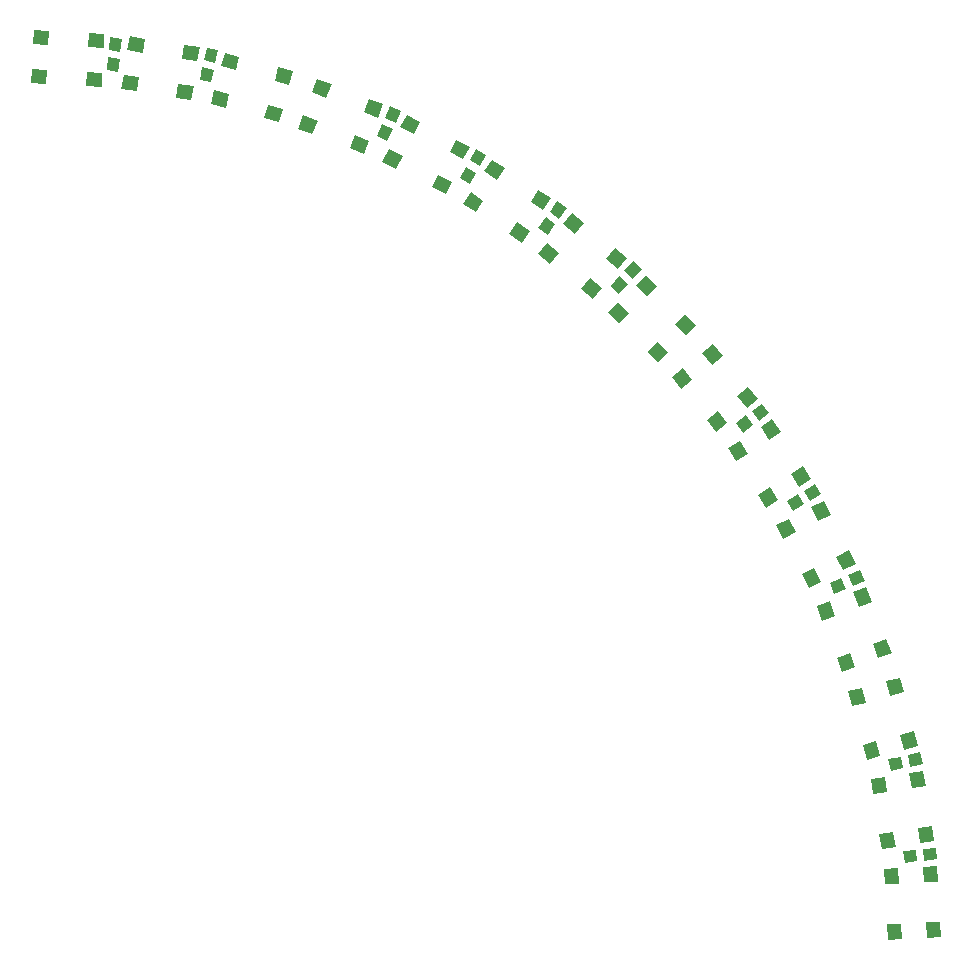
<source format=gbr>
G04 EAGLE Gerber RS-274X export*
G75*
%MOMM*%
%FSLAX34Y34*%
%LPD*%
%INSolderpaste Top*%
%IPPOS*%
%AMOC8*
5,1,8,0,0,1.08239X$1,22.5*%
G01*
%ADD10R,1.300000X1.200000*%
%ADD11R,1.100000X1.000000*%


D10*
G36*
X55980Y743335D02*
X68962Y742655D01*
X68334Y730673D01*
X55352Y731353D01*
X55980Y743335D01*
G37*
G36*
X57707Y776289D02*
X70689Y775609D01*
X70061Y763627D01*
X57079Y764307D01*
X57707Y776289D01*
G37*
G36*
X9044Y745794D02*
X22026Y745114D01*
X21398Y733132D01*
X8416Y733812D01*
X9044Y745794D01*
G37*
G36*
X10771Y778749D02*
X23753Y778069D01*
X23125Y766087D01*
X10143Y766767D01*
X10771Y778749D01*
G37*
G36*
X133373Y733411D02*
X146212Y731378D01*
X144335Y719527D01*
X131496Y721560D01*
X133373Y733411D01*
G37*
G36*
X138536Y766005D02*
X151375Y763972D01*
X149498Y752121D01*
X136659Y754154D01*
X138536Y766005D01*
G37*
G36*
X86952Y740763D02*
X99791Y738730D01*
X97914Y726879D01*
X85075Y728912D01*
X86952Y740763D01*
G37*
G36*
X92114Y773357D02*
X104953Y771324D01*
X103076Y759473D01*
X90237Y761506D01*
X92114Y773357D01*
G37*
G36*
X209305Y715452D02*
X221861Y712088D01*
X218755Y700498D01*
X206199Y703862D01*
X209305Y715452D01*
G37*
G36*
X217846Y747328D02*
X230402Y743964D01*
X227296Y732374D01*
X214740Y735738D01*
X217846Y747328D01*
G37*
G36*
X163907Y727617D02*
X176463Y724253D01*
X173357Y712663D01*
X160801Y716027D01*
X163907Y727617D01*
G37*
G36*
X172448Y759492D02*
X185004Y756128D01*
X181898Y744538D01*
X169342Y747902D01*
X172448Y759492D01*
G37*
G36*
X282943Y689654D02*
X295079Y684996D01*
X290779Y673794D01*
X278643Y678452D01*
X282943Y689654D01*
G37*
G36*
X294770Y720463D02*
X306906Y715805D01*
X302606Y704603D01*
X290470Y709261D01*
X294770Y720463D01*
G37*
G36*
X239065Y706498D02*
X251201Y701840D01*
X246901Y690638D01*
X234765Y695296D01*
X239065Y706498D01*
G37*
G36*
X250891Y737306D02*
X263027Y732648D01*
X258727Y721446D01*
X246591Y726104D01*
X250891Y737306D01*
G37*
G36*
X353482Y656301D02*
X365064Y650400D01*
X359616Y639709D01*
X348034Y645610D01*
X353482Y656301D01*
G37*
G36*
X368464Y685704D02*
X380046Y679803D01*
X374598Y669112D01*
X363016Y675013D01*
X368464Y685704D01*
G37*
G36*
X311605Y677638D02*
X323187Y671737D01*
X317739Y661046D01*
X306157Y666947D01*
X311605Y677638D01*
G37*
G36*
X326587Y707041D02*
X338169Y701140D01*
X332721Y690449D01*
X321139Y696350D01*
X326587Y707041D01*
G37*
G36*
X420148Y615757D02*
X431050Y608676D01*
X424514Y598613D01*
X413612Y605694D01*
X420148Y615757D01*
G37*
G36*
X438121Y643433D02*
X449023Y636352D01*
X442487Y626289D01*
X431585Y633370D01*
X438121Y643433D01*
G37*
G36*
X380731Y641355D02*
X391633Y634274D01*
X385097Y624211D01*
X374195Y631292D01*
X380731Y641355D01*
G37*
G36*
X398704Y669031D02*
X409606Y661950D01*
X403070Y651887D01*
X392168Y658968D01*
X398704Y669031D01*
G37*
G36*
X482211Y568466D02*
X492313Y560285D01*
X484761Y550960D01*
X474659Y559141D01*
X482211Y568466D01*
G37*
G36*
X502978Y594112D02*
X513080Y585931D01*
X505528Y576606D01*
X495426Y584787D01*
X502978Y594112D01*
G37*
G36*
X445685Y598045D02*
X455787Y589864D01*
X448235Y580539D01*
X438133Y588720D01*
X445685Y598045D01*
G37*
G36*
X466453Y623690D02*
X476555Y615509D01*
X469003Y606184D01*
X458901Y614365D01*
X466453Y623690D01*
G37*
G36*
X538990Y514947D02*
X548181Y505756D01*
X539696Y497271D01*
X530505Y506462D01*
X538990Y514947D01*
G37*
G36*
X562325Y538282D02*
X571516Y529091D01*
X563031Y520606D01*
X553840Y529797D01*
X562325Y538282D01*
G37*
G36*
X505756Y548181D02*
X514947Y538990D01*
X506462Y530505D01*
X497271Y539696D01*
X505756Y548181D01*
G37*
G36*
X529091Y571516D02*
X538282Y562325D01*
X529797Y553840D01*
X520606Y563031D01*
X529091Y571516D01*
G37*
G36*
X589864Y455787D02*
X598045Y445685D01*
X588720Y438133D01*
X580539Y448235D01*
X589864Y455787D01*
G37*
G36*
X615509Y476555D02*
X623690Y466453D01*
X614365Y458901D01*
X606184Y469003D01*
X615509Y476555D01*
G37*
G36*
X560285Y492313D02*
X568466Y482211D01*
X559141Y474659D01*
X550960Y484761D01*
X560285Y492313D01*
G37*
G36*
X585931Y513080D02*
X594112Y502978D01*
X584787Y495426D01*
X576606Y505528D01*
X585931Y513080D01*
G37*
G36*
X634274Y391633D02*
X641355Y380731D01*
X631292Y374195D01*
X624211Y385097D01*
X634274Y391633D01*
G37*
G36*
X661950Y409606D02*
X669031Y398704D01*
X658968Y392168D01*
X651887Y403070D01*
X661950Y409606D01*
G37*
G36*
X608676Y431050D02*
X615757Y420148D01*
X605694Y413612D01*
X598613Y424514D01*
X608676Y431050D01*
G37*
G36*
X636352Y449023D02*
X643433Y438121D01*
X633370Y431585D01*
X626289Y442487D01*
X636352Y449023D01*
G37*
G36*
X671737Y323187D02*
X677638Y311605D01*
X666947Y306157D01*
X661046Y317739D01*
X671737Y323187D01*
G37*
G36*
X701140Y338169D02*
X707041Y326587D01*
X696350Y321139D01*
X690449Y332721D01*
X701140Y338169D01*
G37*
G36*
X650400Y365064D02*
X656301Y353482D01*
X645610Y348034D01*
X639709Y359616D01*
X650400Y365064D01*
G37*
G36*
X679803Y380046D02*
X685704Y368464D01*
X675013Y363016D01*
X669112Y374598D01*
X679803Y380046D01*
G37*
G36*
X701840Y251201D02*
X706498Y239065D01*
X695296Y234765D01*
X690638Y246901D01*
X701840Y251201D01*
G37*
G36*
X732648Y263027D02*
X737306Y250891D01*
X726104Y246591D01*
X721446Y258727D01*
X732648Y263027D01*
G37*
G36*
X684996Y295079D02*
X689654Y282943D01*
X678452Y278643D01*
X673794Y290779D01*
X684996Y295079D01*
G37*
G36*
X715805Y306906D02*
X720463Y294770D01*
X709261Y290470D01*
X704603Y302606D01*
X715805Y306906D01*
G37*
D11*
G36*
X163474Y745039D02*
X161187Y734280D01*
X151406Y736359D01*
X153693Y747118D01*
X163474Y745039D01*
G37*
G36*
X167009Y761667D02*
X164722Y750908D01*
X154941Y752987D01*
X157228Y763746D01*
X167009Y761667D01*
G37*
G36*
X314804Y694769D02*
X310330Y684721D01*
X301196Y688789D01*
X305670Y698837D01*
X314804Y694769D01*
G37*
G36*
X321718Y710299D02*
X317244Y700251D01*
X308110Y704319D01*
X312584Y714367D01*
X321718Y710299D01*
G37*
G36*
X620013Y444286D02*
X611115Y437821D01*
X605237Y445910D01*
X614135Y452375D01*
X620013Y444286D01*
G37*
G36*
X633767Y454279D02*
X624869Y447814D01*
X618991Y455903D01*
X627889Y462368D01*
X633767Y454279D01*
G37*
G36*
X663058Y377043D02*
X653532Y371543D01*
X648532Y380203D01*
X658058Y385703D01*
X663058Y377043D01*
G37*
G36*
X677780Y385543D02*
X668254Y380043D01*
X663254Y388703D01*
X672780Y394203D01*
X677780Y385543D01*
G37*
D10*
G36*
X724253Y176463D02*
X727617Y163907D01*
X716027Y160801D01*
X712663Y173357D01*
X724253Y176463D01*
G37*
G36*
X756128Y185004D02*
X759492Y172448D01*
X747902Y169342D01*
X744538Y181898D01*
X756128Y185004D01*
G37*
G36*
X712088Y221861D02*
X715452Y209305D01*
X703862Y206199D01*
X700498Y218755D01*
X712088Y221861D01*
G37*
G36*
X743964Y230402D02*
X747328Y217846D01*
X735738Y214740D01*
X732374Y227296D01*
X743964Y230402D01*
G37*
G36*
X738730Y99791D02*
X740763Y86952D01*
X728912Y85075D01*
X726879Y97914D01*
X738730Y99791D01*
G37*
G36*
X771324Y104953D02*
X773357Y92114D01*
X761506Y90237D01*
X759473Y103076D01*
X771324Y104953D01*
G37*
G36*
X731378Y146212D02*
X733411Y133373D01*
X721560Y131496D01*
X719527Y144335D01*
X731378Y146212D01*
G37*
G36*
X763972Y151375D02*
X766005Y138536D01*
X754154Y136659D01*
X752121Y149498D01*
X763972Y151375D01*
G37*
G36*
X745114Y22026D02*
X745794Y9044D01*
X733812Y8416D01*
X733132Y21398D01*
X745114Y22026D01*
G37*
G36*
X778069Y23753D02*
X778749Y10771D01*
X766767Y10143D01*
X766087Y23125D01*
X778069Y23753D01*
G37*
G36*
X742655Y68962D02*
X743335Y55980D01*
X731353Y55352D01*
X730673Y68334D01*
X742655Y68962D01*
G37*
G36*
X775609Y70689D02*
X776289Y57707D01*
X764307Y57079D01*
X763627Y70061D01*
X775609Y70689D01*
G37*
D11*
G36*
X385703Y658058D02*
X380203Y648532D01*
X371543Y653532D01*
X377043Y663058D01*
X385703Y658058D01*
G37*
G36*
X394203Y672780D02*
X388703Y663254D01*
X380043Y668254D01*
X385543Y677780D01*
X394203Y672780D01*
G37*
G36*
X514092Y563485D02*
X506732Y555312D01*
X499302Y562003D01*
X506662Y570176D01*
X514092Y563485D01*
G37*
G36*
X525467Y576118D02*
X518107Y567945D01*
X510677Y574636D01*
X518037Y582809D01*
X525467Y576118D01*
G37*
G36*
X759090Y74757D02*
X748151Y73607D01*
X747106Y83551D01*
X758045Y84701D01*
X759090Y74757D01*
G37*
G36*
X775997Y76534D02*
X765058Y75384D01*
X764013Y85328D01*
X774952Y86478D01*
X775997Y76534D01*
G37*
G36*
X452375Y614135D02*
X445910Y605237D01*
X437821Y611115D01*
X444286Y620013D01*
X452375Y614135D01*
G37*
G36*
X462368Y627889D02*
X455903Y618991D01*
X447814Y624869D01*
X454279Y633767D01*
X462368Y627889D01*
G37*
G36*
X698837Y305670D02*
X688789Y301196D01*
X684721Y310330D01*
X694769Y314804D01*
X698837Y305670D01*
G37*
G36*
X714367Y312584D02*
X704319Y308110D01*
X700251Y317244D01*
X710299Y321718D01*
X714367Y312584D01*
G37*
G36*
X747118Y153693D02*
X736359Y151406D01*
X734280Y161187D01*
X745039Y163474D01*
X747118Y153693D01*
G37*
G36*
X763746Y157228D02*
X752987Y154941D01*
X750908Y164722D01*
X761667Y167009D01*
X763746Y157228D01*
G37*
G36*
X74341Y761506D02*
X75491Y772445D01*
X85435Y771400D01*
X84285Y760461D01*
X74341Y761506D01*
G37*
G36*
X72565Y744600D02*
X73715Y755539D01*
X83659Y754494D01*
X82509Y743555D01*
X72565Y744600D01*
G37*
M02*

</source>
